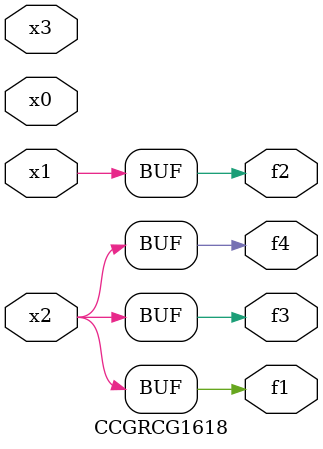
<source format=v>
module CCGRCG1618(
	input x0, x1, x2, x3,
	output f1, f2, f3, f4
);
	assign f1 = x2;
	assign f2 = x1;
	assign f3 = x2;
	assign f4 = x2;
endmodule

</source>
